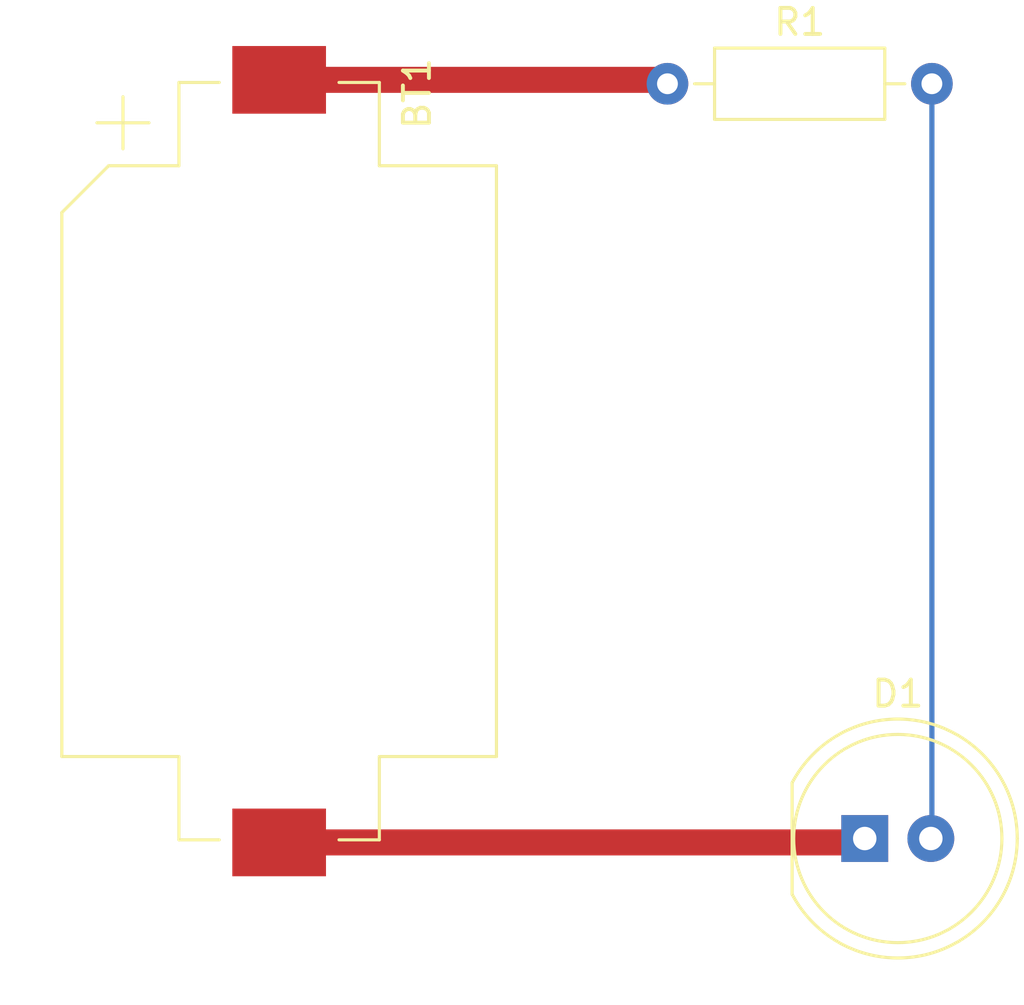
<source format=kicad_pcb>
(kicad_pcb (version 20240108) (generator "pcbnew") (generator_version "8.0")
  (layers (0 "F.Cu" signal) (31 "B.Cu" signal) (34 "B.Paste" user) (35 "F.Paste" user) (36 "B.SilkS" user "B.Silkscreen") (37 "F.SilkS" user "F.Silkscreen") (38 "B.Mask" user) (39 "F.Mask" user) (44 "Edge.Cuts" user))
  (net 0 "")
  (net 1 "Net-(BT1-+)")
  (net 2 "Net-(BT1--)")
  (net 3 "Net-(D1-A)")
  (footprint "LED_THT:LED_D8.0mm" (layer "F.Cu") (at 148.5 128)
    (property "Reference" "D1" (at 1.27 -5.56 0) (layer "F.SilkS"))
    (property "Value" "LED")
    (fp_line (start -2.79 -2.142) (end -2.79 2.142) (stroke (width 0.12)) (layer "F.SilkS"))
    (fp_arc (start -2.79 -2.141145) (mid 2.373119 -4.455472) (end 5.86 0.000486) (stroke (width 0.12)) (layer "F.SilkS"))
    (fp_arc (start 5.86 -0.000486) (mid 2.373119 4.455472) (end -2.79 2.141145) (stroke (width 0.12)) (layer "F.SilkS"))
    (fp_circle (center 1.27 0) (end 5.27 0) (stroke (width 0.12)) (fill none) (layer "F.SilkS"))
    (pad "1" thru_hole rect (at 0 0) (size 1.8 1.8) (drill 0.9) (layers "*.Cu" "*.Mask") (net 2 "Net-(BT1--)"))
    (pad "2" thru_hole circle (at 2.54 0) (size 1.8 1.8) (drill 0.9) (layers "*.Cu" "*.Mask") (net 3 "Net-(D1-A)"))
  )
  (footprint "Battery:BatteryHolder_Keystone_1060_1x2032" (layer "F.Cu") (at 126 113.5 -90)
    (property "Reference" "BT1" (at -14.125 -5.3 90) (layer "F.SilkS"))
    (property "Value" "Battery")
    (fp_line (start -9.55 8.35) (end -11.35 6.55) (stroke (width 0.12)) (layer "F.SilkS"))
    (fp_line (start 11.35 8.35) (end -9.55 8.35) (stroke (width 0.12)) (layer "F.SilkS"))
    (fp_line (start 11.35 8.35) (end 11.35 3.85) (stroke (width 0.12)) (layer "F.SilkS"))
    (fp_line (start -11.35 6.55) (end -11.35 3.85) (stroke (width 0.12)) (layer "F.SilkS"))
    (fp_line (start -12 6) (end -14 6) (stroke (width 0.12)) (layer "F.SilkS"))
    (fp_line (start -13 5) (end -13 7) (stroke (width 0.12)) (layer "F.SilkS"))
    (fp_line (start -14.55 3.85) (end -14.55 2.3) (stroke (width 0.12)) (layer "F.SilkS"))
    (fp_line (start -11.35 3.85) (end -14.55 3.85) (stroke (width 0.12)) (layer "F.SilkS"))
    (fp_line (start 11.35 3.85) (end 14.55 3.85) (stroke (width 0.12)) (layer "F.SilkS"))
    (fp_line (start 14.55 3.85) (end 14.55 2.3) (stroke (width 0.12)) (layer "F.SilkS"))
    (fp_line (start -14.55 -3.85) (end -14.55 -2.3) (stroke (width 0.12)) (layer "F.SilkS"))
    (fp_line (start -11.35 -3.85) (end -14.55 -3.85) (stroke (width 0.12)) (layer "F.SilkS"))
    (fp_line (start 11.35 -3.85) (end 14.55 -3.85) (stroke (width 0.12)) (layer "F.SilkS"))
    (fp_line (start 14.55 -3.85) (end 14.55 -2.3) (stroke (width 0.12)) (layer "F.SilkS"))
    (fp_line (start -11.35 -8.35) (end -11.35 -3.85) (stroke (width 0.12)) (layer "F.SilkS"))
    (fp_line (start -11.35 -8.35) (end 11.35 -8.35) (stroke (width 0.12)) (layer "F.SilkS"))
    (fp_line (start 11.35 -8.35) (end 11.35 -3.85) (stroke (width 0.12)) (layer "F.SilkS"))
    (pad "1" smd rect (at -14.65 0 90) (size 2.6 3.6) (layers "F.Cu" "F.Paste" "F.Mask") (net 1 "Net-(BT1-+)"))
    (pad "2" smd rect (at 14.65 0 90) (size 2.6 3.6) (layers "F.Cu" "F.Paste" "F.Mask") (net 2 "Net-(BT1--)"))
  )
  (footprint "Resistor_THT:R_Axial_DIN0207_L6.3mm_D2.5mm_P10.16mm_Horizontal" (layer "F.Cu") (at 140.92 99)
    (property "Reference" "R1" (at 5.08 -2.37 0) (layer "F.SilkS"))
    (property "Value" "220")
    (fp_line (start 1.04 0) (end 1.81 0) (stroke (width 0.12)) (layer "F.SilkS"))
    (fp_line (start 1.81 -1.37) (end 1.81 1.37) (stroke (width 0.12)) (layer "F.SilkS"))
    (fp_line (start 1.81 1.37) (end 8.35 1.37) (stroke (width 0.12)) (layer "F.SilkS"))
    (fp_line (start 8.35 -1.37) (end 1.81 -1.37) (stroke (width 0.12)) (layer "F.SilkS"))
    (fp_line (start 8.35 1.37) (end 8.35 -1.37) (stroke (width 0.12)) (layer "F.SilkS"))
    (fp_line (start 9.12 0) (end 8.35 0) (stroke (width 0.12)) (layer "F.SilkS"))
    (pad "1" thru_hole circle (at 0 0) (size 1.6 1.6) (drill 0.8) (layers "*.Cu" "*.Mask") (net 1 "Net-(BT1-+)"))
    (pad "2" thru_hole oval (at 10.16 0) (size 1.6 1.6) (drill 0.8) (layers "*.Cu" "*.Mask") (net 3 "Net-(D1-A)"))
  )
  (segment (start 140.77 98.85) (end 140.92 99) (width 1) (layer "F.Cu") (net 1))
  (segment (start 126 98.85) (end 140.77 98.85) (width 1) (layer "F.Cu") (net 1))
  (segment (start 148.35 128.15) (end 148.5 128) (width 1) (layer "F.Cu") (net 2))
  (segment (start 126 128.15) (end 148.35 128.15) (width 1) (layer "F.Cu") (net 2))
  (segment (start 151.04 99.04) (end 151.08 99) (width 0.2) (layer "F.Cu") (net 3))
  (segment (start 151.08 127.96) (end 151.04 128) (width 0.2) (layer "F.Cu") (net 3))
  (segment (start 151.08 99) (end 151.08 127.96) (width 0.2) (layer "B.Cu") (net 3))
  (segment (start 151.08 127.96) (end 151.04 128) (width 0.2) (layer "B.Cu") (net 3))
)
</source>
